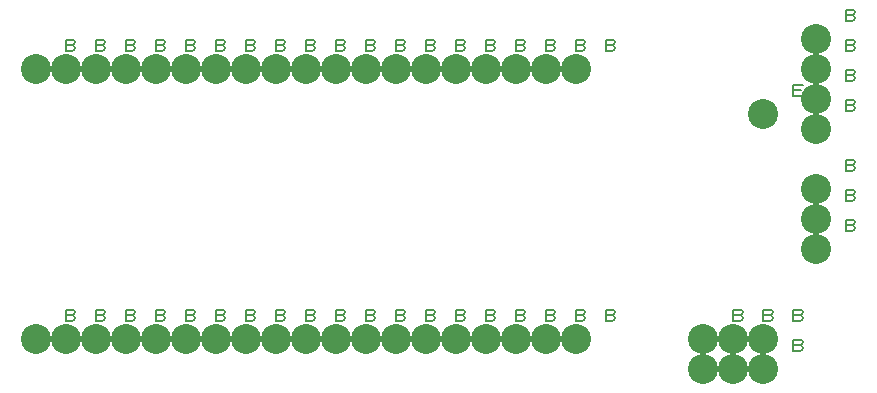
<source format=gbr>
G04 DesignSpark PCB Gerber Version 10.0 Build 5299*
G04 #@! TF.Part,Single*
G04 #@! TF.FileFunction,Drillmap*
G04 #@! TF.FilePolarity,Positive*
%FSLAX35Y35*%
%MOIN*%
%ADD19C,0.00500*%
G04 #@! TA.AperFunction,ViaPad*
%ADD24C,0.10000*%
G04 #@! TD.AperFunction*
X0Y0D02*
D02*
D19*
X44937Y60563D02*
X45563Y60250D01*
X45875Y59625D01*
X45563Y59000D01*
X44937Y58687D01*
X42750D01*
Y62437D01*
X44937D01*
X45563Y62125D01*
X45875Y61500D01*
X45563Y60875D01*
X44937Y60563D01*
X42750D01*
X44937Y150563D02*
X45563Y150250D01*
X45875Y149625D01*
X45563Y149000D01*
X44937Y148687D01*
X42750D01*
Y152437D01*
X44937D01*
X45563Y152125D01*
X45875Y151500D01*
X45563Y150875D01*
X44937Y150563D01*
X42750D01*
X54937Y60563D02*
X55563Y60250D01*
X55875Y59625D01*
X55563Y59000D01*
X54937Y58687D01*
X52750D01*
Y62437D01*
X54937D01*
X55563Y62125D01*
X55875Y61500D01*
X55563Y60875D01*
X54937Y60563D01*
X52750D01*
X54937Y150563D02*
X55563Y150250D01*
X55875Y149625D01*
X55563Y149000D01*
X54937Y148687D01*
X52750D01*
Y152437D01*
X54937D01*
X55563Y152125D01*
X55875Y151500D01*
X55563Y150875D01*
X54937Y150563D01*
X52750D01*
X64937Y60563D02*
X65563Y60250D01*
X65875Y59625D01*
X65563Y59000D01*
X64937Y58687D01*
X62750D01*
Y62437D01*
X64937D01*
X65563Y62125D01*
X65875Y61500D01*
X65563Y60875D01*
X64937Y60563D01*
X62750D01*
X64937Y150563D02*
X65563Y150250D01*
X65875Y149625D01*
X65563Y149000D01*
X64937Y148687D01*
X62750D01*
Y152437D01*
X64937D01*
X65563Y152125D01*
X65875Y151500D01*
X65563Y150875D01*
X64937Y150563D01*
X62750D01*
X74937Y60563D02*
X75563Y60250D01*
X75875Y59625D01*
X75563Y59000D01*
X74937Y58687D01*
X72750D01*
Y62437D01*
X74937D01*
X75563Y62125D01*
X75875Y61500D01*
X75563Y60875D01*
X74937Y60563D01*
X72750D01*
X74937Y150563D02*
X75563Y150250D01*
X75875Y149625D01*
X75563Y149000D01*
X74937Y148687D01*
X72750D01*
Y152437D01*
X74937D01*
X75563Y152125D01*
X75875Y151500D01*
X75563Y150875D01*
X74937Y150563D01*
X72750D01*
X84937Y60563D02*
X85563Y60250D01*
X85875Y59625D01*
X85563Y59000D01*
X84937Y58687D01*
X82750D01*
Y62437D01*
X84937D01*
X85563Y62125D01*
X85875Y61500D01*
X85563Y60875D01*
X84937Y60563D01*
X82750D01*
X84937Y150563D02*
X85563Y150250D01*
X85875Y149625D01*
X85563Y149000D01*
X84937Y148687D01*
X82750D01*
Y152437D01*
X84937D01*
X85563Y152125D01*
X85875Y151500D01*
X85563Y150875D01*
X84937Y150563D01*
X82750D01*
X94937Y60563D02*
X95563Y60250D01*
X95875Y59625D01*
X95563Y59000D01*
X94937Y58687D01*
X92750D01*
Y62437D01*
X94937D01*
X95563Y62125D01*
X95875Y61500D01*
X95563Y60875D01*
X94937Y60563D01*
X92750D01*
X94937Y150563D02*
X95563Y150250D01*
X95875Y149625D01*
X95563Y149000D01*
X94937Y148687D01*
X92750D01*
Y152437D01*
X94937D01*
X95563Y152125D01*
X95875Y151500D01*
X95563Y150875D01*
X94937Y150563D01*
X92750D01*
X104937Y60563D02*
X105563Y60250D01*
X105875Y59625D01*
X105563Y59000D01*
X104937Y58687D01*
X102750D01*
Y62437D01*
X104937D01*
X105563Y62125D01*
X105875Y61500D01*
X105563Y60875D01*
X104937Y60563D01*
X102750D01*
X104937Y150563D02*
X105563Y150250D01*
X105875Y149625D01*
X105563Y149000D01*
X104937Y148687D01*
X102750D01*
Y152437D01*
X104937D01*
X105563Y152125D01*
X105875Y151500D01*
X105563Y150875D01*
X104937Y150563D01*
X102750D01*
X114937Y60563D02*
X115563Y60250D01*
X115875Y59625D01*
X115563Y59000D01*
X114937Y58687D01*
X112750D01*
Y62437D01*
X114937D01*
X115563Y62125D01*
X115875Y61500D01*
X115563Y60875D01*
X114937Y60563D01*
X112750D01*
X114937Y150563D02*
X115563Y150250D01*
X115875Y149625D01*
X115563Y149000D01*
X114937Y148687D01*
X112750D01*
Y152437D01*
X114937D01*
X115563Y152125D01*
X115875Y151500D01*
X115563Y150875D01*
X114937Y150563D01*
X112750D01*
X124937Y60563D02*
X125563Y60250D01*
X125875Y59625D01*
X125563Y59000D01*
X124937Y58687D01*
X122750D01*
Y62437D01*
X124937D01*
X125563Y62125D01*
X125875Y61500D01*
X125563Y60875D01*
X124937Y60563D01*
X122750D01*
X124937Y150563D02*
X125563Y150250D01*
X125875Y149625D01*
X125563Y149000D01*
X124937Y148687D01*
X122750D01*
Y152437D01*
X124937D01*
X125563Y152125D01*
X125875Y151500D01*
X125563Y150875D01*
X124937Y150563D01*
X122750D01*
X134937Y60563D02*
X135563Y60250D01*
X135875Y59625D01*
X135563Y59000D01*
X134937Y58687D01*
X132750D01*
Y62437D01*
X134937D01*
X135563Y62125D01*
X135875Y61500D01*
X135563Y60875D01*
X134937Y60563D01*
X132750D01*
X134937Y150563D02*
X135563Y150250D01*
X135875Y149625D01*
X135563Y149000D01*
X134937Y148687D01*
X132750D01*
Y152437D01*
X134937D01*
X135563Y152125D01*
X135875Y151500D01*
X135563Y150875D01*
X134937Y150563D01*
X132750D01*
X144937Y60563D02*
X145563Y60250D01*
X145875Y59625D01*
X145563Y59000D01*
X144937Y58687D01*
X142750D01*
Y62437D01*
X144937D01*
X145563Y62125D01*
X145875Y61500D01*
X145563Y60875D01*
X144937Y60563D01*
X142750D01*
X144937Y150563D02*
X145563Y150250D01*
X145875Y149625D01*
X145563Y149000D01*
X144937Y148687D01*
X142750D01*
Y152437D01*
X144937D01*
X145563Y152125D01*
X145875Y151500D01*
X145563Y150875D01*
X144937Y150563D01*
X142750D01*
X154937Y60563D02*
X155563Y60250D01*
X155875Y59625D01*
X155563Y59000D01*
X154937Y58687D01*
X152750D01*
Y62437D01*
X154937D01*
X155563Y62125D01*
X155875Y61500D01*
X155563Y60875D01*
X154937Y60563D01*
X152750D01*
X154937Y150563D02*
X155563Y150250D01*
X155875Y149625D01*
X155563Y149000D01*
X154937Y148687D01*
X152750D01*
Y152437D01*
X154937D01*
X155563Y152125D01*
X155875Y151500D01*
X155563Y150875D01*
X154937Y150563D01*
X152750D01*
X164937Y60563D02*
X165563Y60250D01*
X165875Y59625D01*
X165563Y59000D01*
X164937Y58687D01*
X162750D01*
Y62437D01*
X164937D01*
X165563Y62125D01*
X165875Y61500D01*
X165563Y60875D01*
X164937Y60563D01*
X162750D01*
X164937Y150563D02*
X165563Y150250D01*
X165875Y149625D01*
X165563Y149000D01*
X164937Y148687D01*
X162750D01*
Y152437D01*
X164937D01*
X165563Y152125D01*
X165875Y151500D01*
X165563Y150875D01*
X164937Y150563D01*
X162750D01*
X174937Y60563D02*
X175563Y60250D01*
X175875Y59625D01*
X175563Y59000D01*
X174937Y58687D01*
X172750D01*
Y62437D01*
X174937D01*
X175563Y62125D01*
X175875Y61500D01*
X175563Y60875D01*
X174937Y60563D01*
X172750D01*
X174937Y150563D02*
X175563Y150250D01*
X175875Y149625D01*
X175563Y149000D01*
X174937Y148687D01*
X172750D01*
Y152437D01*
X174937D01*
X175563Y152125D01*
X175875Y151500D01*
X175563Y150875D01*
X174937Y150563D01*
X172750D01*
X184937Y60563D02*
X185563Y60250D01*
X185875Y59625D01*
X185563Y59000D01*
X184937Y58687D01*
X182750D01*
Y62437D01*
X184937D01*
X185563Y62125D01*
X185875Y61500D01*
X185563Y60875D01*
X184937Y60563D01*
X182750D01*
X184937Y150563D02*
X185563Y150250D01*
X185875Y149625D01*
X185563Y149000D01*
X184937Y148687D01*
X182750D01*
Y152437D01*
X184937D01*
X185563Y152125D01*
X185875Y151500D01*
X185563Y150875D01*
X184937Y150563D01*
X182750D01*
X194937Y60563D02*
X195563Y60250D01*
X195875Y59625D01*
X195563Y59000D01*
X194937Y58687D01*
X192750D01*
Y62437D01*
X194937D01*
X195563Y62125D01*
X195875Y61500D01*
X195563Y60875D01*
X194937Y60563D01*
X192750D01*
X194937Y150563D02*
X195563Y150250D01*
X195875Y149625D01*
X195563Y149000D01*
X194937Y148687D01*
X192750D01*
Y152437D01*
X194937D01*
X195563Y152125D01*
X195875Y151500D01*
X195563Y150875D01*
X194937Y150563D01*
X192750D01*
X204937Y60563D02*
X205563Y60250D01*
X205875Y59625D01*
X205563Y59000D01*
X204937Y58687D01*
X202750D01*
Y62437D01*
X204937D01*
X205563Y62125D01*
X205875Y61500D01*
X205563Y60875D01*
X204937Y60563D01*
X202750D01*
X204937Y150563D02*
X205563Y150250D01*
X205875Y149625D01*
X205563Y149000D01*
X204937Y148687D01*
X202750D01*
Y152437D01*
X204937D01*
X205563Y152125D01*
X205875Y151500D01*
X205563Y150875D01*
X204937Y150563D01*
X202750D01*
X214937Y60563D02*
X215563Y60250D01*
X215875Y59625D01*
X215563Y59000D01*
X214937Y58687D01*
X212750D01*
Y62437D01*
X214937D01*
X215563Y62125D01*
X215875Y61500D01*
X215563Y60875D01*
X214937Y60563D01*
X212750D01*
X214937Y150563D02*
X215563Y150250D01*
X215875Y149625D01*
X215563Y149000D01*
X214937Y148687D01*
X212750D01*
Y152437D01*
X214937D01*
X215563Y152125D01*
X215875Y151500D01*
X215563Y150875D01*
X214937Y150563D01*
X212750D01*
X224937Y60563D02*
X225563Y60250D01*
X225875Y59625D01*
X225563Y59000D01*
X224937Y58687D01*
X222750D01*
Y62437D01*
X224937D01*
X225563Y62125D01*
X225875Y61500D01*
X225563Y60875D01*
X224937Y60563D01*
X222750D01*
X224937Y150563D02*
X225563Y150250D01*
X225875Y149625D01*
X225563Y149000D01*
X224937Y148687D01*
X222750D01*
Y152437D01*
X224937D01*
X225563Y152125D01*
X225875Y151500D01*
X225563Y150875D01*
X224937Y150563D01*
X222750D01*
X267437Y50563D02*
X268063Y50250D01*
X268375Y49625D01*
X268063Y49000D01*
X267437Y48687D01*
X265250D01*
Y52437D01*
X267437D01*
X268063Y52125D01*
X268375Y51500D01*
X268063Y50875D01*
X267437Y50563D01*
X265250D01*
X267437Y60563D02*
X268063Y60250D01*
X268375Y59625D01*
X268063Y59000D01*
X267437Y58687D01*
X265250D01*
Y62437D01*
X267437D01*
X268063Y62125D01*
X268375Y61500D01*
X268063Y60875D01*
X267437Y60563D01*
X265250D01*
X277437Y50563D02*
X278063Y50250D01*
X278375Y49625D01*
X278063Y49000D01*
X277437Y48687D01*
X275250D01*
Y52437D01*
X277437D01*
X278063Y52125D01*
X278375Y51500D01*
X278063Y50875D01*
X277437Y50563D01*
X275250D01*
X277437Y60563D02*
X278063Y60250D01*
X278375Y59625D01*
X278063Y59000D01*
X277437Y58687D01*
X275250D01*
Y62437D01*
X277437D01*
X278063Y62125D01*
X278375Y61500D01*
X278063Y60875D01*
X277437Y60563D01*
X275250D01*
X287437Y50563D02*
X288063Y50250D01*
X288375Y49625D01*
X288063Y49000D01*
X287437Y48687D01*
X285250D01*
Y52437D01*
X287437D01*
X288063Y52125D01*
X288375Y51500D01*
X288063Y50875D01*
X287437Y50563D01*
X285250D01*
X287437Y60563D02*
X288063Y60250D01*
X288375Y59625D01*
X288063Y59000D01*
X287437Y58687D01*
X285250D01*
Y62437D01*
X287437D01*
X288063Y62125D01*
X288375Y61500D01*
X288063Y60875D01*
X287437Y60563D01*
X285250D01*
Y133687D02*
Y137437D01*
X288375D01*
X287750Y135563D02*
X285250D01*
Y133687D02*
X288375D01*
X304937Y90563D02*
X305563Y90250D01*
X305875Y89625D01*
X305563Y89000D01*
X304937Y88687D01*
X302750D01*
Y92437D01*
X304937D01*
X305563Y92125D01*
X305875Y91500D01*
X305563Y90875D01*
X304937Y90563D01*
X302750D01*
X304937Y100563D02*
X305563Y100250D01*
X305875Y99625D01*
X305563Y99000D01*
X304937Y98687D01*
X302750D01*
Y102437D01*
X304937D01*
X305563Y102125D01*
X305875Y101500D01*
X305563Y100875D01*
X304937Y100563D01*
X302750D01*
X304937Y110563D02*
X305563Y110250D01*
X305875Y109625D01*
X305563Y109000D01*
X304937Y108687D01*
X302750D01*
Y112437D01*
X304937D01*
X305563Y112125D01*
X305875Y111500D01*
X305563Y110875D01*
X304937Y110563D01*
X302750D01*
X304937Y130563D02*
X305563Y130250D01*
X305875Y129625D01*
X305563Y129000D01*
X304937Y128687D01*
X302750D01*
Y132437D01*
X304937D01*
X305563Y132125D01*
X305875Y131500D01*
X305563Y130875D01*
X304937Y130563D01*
X302750D01*
X304937Y140563D02*
X305563Y140250D01*
X305875Y139625D01*
X305563Y139000D01*
X304937Y138687D01*
X302750D01*
Y142437D01*
X304937D01*
X305563Y142125D01*
X305875Y141500D01*
X305563Y140875D01*
X304937Y140563D01*
X302750D01*
X304937Y150563D02*
X305563Y150250D01*
X305875Y149625D01*
X305563Y149000D01*
X304937Y148687D01*
X302750D01*
Y152437D01*
X304937D01*
X305563Y152125D01*
X305875Y151500D01*
X305563Y150875D01*
X304937Y150563D01*
X302750D01*
X304937Y160563D02*
X305563Y160250D01*
X305875Y159625D01*
X305563Y159000D01*
X304937Y158687D01*
X302750D01*
Y162437D01*
X304937D01*
X305563Y162125D01*
X305875Y161500D01*
X305563Y160875D01*
X304937Y160563D01*
X302750D01*
D02*
D24*
X32750Y52750D03*
Y142750D03*
X42750Y52750D03*
Y142750D03*
X52750Y52750D03*
Y142750D03*
X62750Y52750D03*
Y142750D03*
X72750Y52750D03*
Y142750D03*
X82750Y52750D03*
Y142750D03*
X92750Y52750D03*
Y142750D03*
X102750Y52750D03*
Y142750D03*
X112750Y52750D03*
Y142750D03*
X122750Y52750D03*
Y142750D03*
X132750Y52750D03*
Y142750D03*
X142750Y52750D03*
Y142750D03*
X152750Y52750D03*
Y142750D03*
X162750Y52750D03*
Y142750D03*
X172750Y52750D03*
Y142750D03*
X182750Y52750D03*
Y142750D03*
X192750Y52750D03*
Y142750D03*
X202750Y52750D03*
Y142750D03*
X212750Y52750D03*
Y142750D03*
X255250Y42750D03*
Y52750D03*
X265250Y42750D03*
Y52750D03*
X275250Y42750D03*
Y52750D03*
Y127750D03*
X292750Y82750D03*
Y92750D03*
Y102750D03*
Y122750D03*
Y132750D03*
Y142750D03*
Y152750D03*
X0Y0D02*
M02*

</source>
